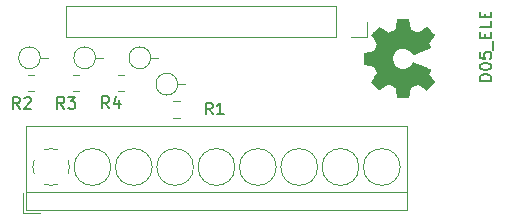
<source format=gbr>
G04 #@! TF.GenerationSoftware,KiCad,Pcbnew,5.1.5-52549c5~86~ubuntu18.04.1*
G04 #@! TF.CreationDate,2020-09-30T17:57:14-05:00*
G04 #@! TF.ProjectId,D05,4430352e-6b69-4636-9164-5f7063625858,rev?*
G04 #@! TF.SameCoordinates,Original*
G04 #@! TF.FileFunction,Legend,Top*
G04 #@! TF.FilePolarity,Positive*
%FSLAX46Y46*%
G04 Gerber Fmt 4.6, Leading zero omitted, Abs format (unit mm)*
G04 Created by KiCad (PCBNEW 5.1.5-52549c5~86~ubuntu18.04.1) date 2020-09-30 17:57:14*
%MOMM*%
%LPD*%
G04 APERTURE LIST*
%ADD10C,0.150000*%
%ADD11C,0.010000*%
%ADD12C,0.120000*%
G04 APERTURE END LIST*
D10*
X67406780Y-26501361D02*
X66406780Y-26501361D01*
X66406780Y-26263266D01*
X66454400Y-26120409D01*
X66549638Y-26025171D01*
X66644876Y-25977552D01*
X66835352Y-25929933D01*
X66978209Y-25929933D01*
X67168685Y-25977552D01*
X67263923Y-26025171D01*
X67359161Y-26120409D01*
X67406780Y-26263266D01*
X67406780Y-26501361D01*
X66406780Y-25310885D02*
X66406780Y-25215647D01*
X66454400Y-25120409D01*
X66502019Y-25072790D01*
X66597257Y-25025171D01*
X66787733Y-24977552D01*
X67025828Y-24977552D01*
X67216304Y-25025171D01*
X67311542Y-25072790D01*
X67359161Y-25120409D01*
X67406780Y-25215647D01*
X67406780Y-25310885D01*
X67359161Y-25406123D01*
X67311542Y-25453742D01*
X67216304Y-25501361D01*
X67025828Y-25548980D01*
X66787733Y-25548980D01*
X66597257Y-25501361D01*
X66502019Y-25453742D01*
X66454400Y-25406123D01*
X66406780Y-25310885D01*
X66406780Y-24072790D02*
X66406780Y-24548980D01*
X66882971Y-24596600D01*
X66835352Y-24548980D01*
X66787733Y-24453742D01*
X66787733Y-24215647D01*
X66835352Y-24120409D01*
X66882971Y-24072790D01*
X66978209Y-24025171D01*
X67216304Y-24025171D01*
X67311542Y-24072790D01*
X67359161Y-24120409D01*
X67406780Y-24215647D01*
X67406780Y-24453742D01*
X67359161Y-24548980D01*
X67311542Y-24596600D01*
X67502019Y-23834695D02*
X67502019Y-23072790D01*
X66882971Y-22834695D02*
X66882971Y-22501361D01*
X67406780Y-22358504D02*
X67406780Y-22834695D01*
X66406780Y-22834695D01*
X66406780Y-22358504D01*
X67406780Y-21453742D02*
X67406780Y-21929933D01*
X66406780Y-21929933D01*
X66882971Y-21120409D02*
X66882971Y-20787076D01*
X67406780Y-20644219D02*
X67406780Y-21120409D01*
X66406780Y-21120409D01*
X66406780Y-20644219D01*
D11*
G36*
X57057331Y-24031386D02*
G01*
X57501955Y-23947565D01*
X57629453Y-23638280D01*
X57756951Y-23328994D01*
X57504646Y-22957954D01*
X57434396Y-22854043D01*
X57371672Y-22760113D01*
X57319338Y-22680548D01*
X57280257Y-22619730D01*
X57257293Y-22582043D01*
X57252342Y-22571779D01*
X57265076Y-22553290D01*
X57300282Y-22513780D01*
X57353462Y-22457678D01*
X57420118Y-22389413D01*
X57495754Y-22313414D01*
X57575872Y-22234108D01*
X57655974Y-22155925D01*
X57731564Y-22083293D01*
X57798145Y-22020641D01*
X57851218Y-21972397D01*
X57886287Y-21942990D01*
X57898023Y-21935959D01*
X57919660Y-21946077D01*
X57967062Y-21974441D01*
X58035593Y-22018071D01*
X58120615Y-22073982D01*
X58217493Y-22139194D01*
X58272750Y-22176981D01*
X58373648Y-22245857D01*
X58464699Y-22307060D01*
X58541370Y-22357622D01*
X58599128Y-22394572D01*
X58633443Y-22414942D01*
X58640654Y-22418003D01*
X58661148Y-22411064D01*
X58708913Y-22392149D01*
X58777232Y-22364113D01*
X58859389Y-22329809D01*
X58948670Y-22292091D01*
X59038358Y-22253813D01*
X59121738Y-22217830D01*
X59192094Y-22186994D01*
X59242710Y-22164161D01*
X59266871Y-22152183D01*
X59267822Y-22151476D01*
X59272436Y-22132669D01*
X59282728Y-22082582D01*
X59297687Y-22006407D01*
X59316301Y-21909335D01*
X59337559Y-21796557D01*
X59349818Y-21730758D01*
X59372762Y-21610250D01*
X59394595Y-21501403D01*
X59414122Y-21409724D01*
X59430148Y-21340719D01*
X59441479Y-21299896D01*
X59445074Y-21291689D01*
X59469406Y-21283652D01*
X59524359Y-21277167D01*
X59603508Y-21272230D01*
X59700426Y-21268836D01*
X59808687Y-21266982D01*
X59921865Y-21266662D01*
X60033535Y-21267873D01*
X60137268Y-21270610D01*
X60226641Y-21274869D01*
X60295226Y-21280645D01*
X60336597Y-21287933D01*
X60345210Y-21292305D01*
X60355533Y-21318436D01*
X60370292Y-21373807D01*
X60387752Y-21451093D01*
X60406180Y-21542970D01*
X60412141Y-21575042D01*
X60440466Y-21729676D01*
X60463276Y-21851825D01*
X60481480Y-21945527D01*
X60495983Y-22014816D01*
X60507692Y-22063729D01*
X60517515Y-22096303D01*
X60526356Y-22116572D01*
X60535124Y-22128574D01*
X60536857Y-22130253D01*
X60564771Y-22147016D01*
X60619095Y-22172586D01*
X60693177Y-22204412D01*
X60780365Y-22239940D01*
X60874008Y-22276617D01*
X60967452Y-22311889D01*
X61054047Y-22343204D01*
X61127140Y-22368007D01*
X61180078Y-22383746D01*
X61206211Y-22387868D01*
X61207126Y-22387524D01*
X61228486Y-22373559D01*
X61275484Y-22341878D01*
X61343227Y-22295809D01*
X61426823Y-22238682D01*
X61521382Y-22173827D01*
X61548254Y-22155357D01*
X61645675Y-22089501D01*
X61734563Y-22031550D01*
X61809812Y-21984662D01*
X61866320Y-21951993D01*
X61898981Y-21936700D01*
X61902993Y-21935959D01*
X61924084Y-21948808D01*
X61965864Y-21984312D01*
X62023845Y-22037907D01*
X62093535Y-22105029D01*
X62170445Y-22181113D01*
X62250083Y-22261596D01*
X62327961Y-22341913D01*
X62399586Y-22417501D01*
X62460470Y-22483795D01*
X62506121Y-22536231D01*
X62532050Y-22570245D01*
X62536283Y-22579655D01*
X62526312Y-22601557D01*
X62499420Y-22646400D01*
X62460136Y-22706879D01*
X62428517Y-22753411D01*
X62370498Y-22837725D01*
X62302184Y-22937574D01*
X62233979Y-23037727D01*
X62197475Y-23091573D01*
X62074200Y-23273829D01*
X62156920Y-23426819D01*
X62193159Y-23496518D01*
X62221326Y-23555786D01*
X62237391Y-23595889D01*
X62239626Y-23606097D01*
X62223122Y-23618371D01*
X62176482Y-23642587D01*
X62104009Y-23676937D01*
X62010006Y-23719612D01*
X61898774Y-23768806D01*
X61774615Y-23822710D01*
X61641832Y-23879516D01*
X61504727Y-23937418D01*
X61367602Y-23994607D01*
X61234758Y-24049276D01*
X61110498Y-24099616D01*
X60999125Y-24143820D01*
X60904939Y-24180081D01*
X60832244Y-24206591D01*
X60785341Y-24221542D01*
X60769233Y-24223946D01*
X60748686Y-24204889D01*
X60715333Y-24163164D01*
X60676102Y-24107494D01*
X60672999Y-24102822D01*
X60557823Y-23958936D01*
X60423453Y-23842917D01*
X60274184Y-23755770D01*
X60114313Y-23698501D01*
X59948137Y-23672114D01*
X59779952Y-23677615D01*
X59614055Y-23716010D01*
X59454742Y-23788305D01*
X59419887Y-23809574D01*
X59279137Y-23920204D01*
X59166114Y-24050898D01*
X59081403Y-24197136D01*
X59025594Y-24354392D01*
X58999274Y-24518143D01*
X59003030Y-24683867D01*
X59037450Y-24847038D01*
X59103123Y-25003135D01*
X59200635Y-25147633D01*
X59240213Y-25192331D01*
X59364103Y-25306088D01*
X59494524Y-25388982D01*
X59640715Y-25445844D01*
X59785488Y-25477513D01*
X59948260Y-25485331D01*
X60111840Y-25459262D01*
X60270698Y-25401955D01*
X60419306Y-25316056D01*
X60552135Y-25204214D01*
X60663656Y-25069077D01*
X60675411Y-25051317D01*
X60713908Y-24995050D01*
X60747263Y-24952277D01*
X60768560Y-24931828D01*
X60769233Y-24931531D01*
X60792271Y-24935921D01*
X60844557Y-24953324D01*
X60921790Y-24981932D01*
X61019668Y-25019935D01*
X61133891Y-25065526D01*
X61260158Y-25116897D01*
X61394167Y-25172238D01*
X61531618Y-25229742D01*
X61668208Y-25287599D01*
X61799637Y-25344002D01*
X61921605Y-25397142D01*
X62029809Y-25445210D01*
X62119949Y-25486399D01*
X62187723Y-25518899D01*
X62228830Y-25540903D01*
X62239626Y-25549764D01*
X62231219Y-25576840D01*
X62208672Y-25627503D01*
X62176013Y-25693017D01*
X62156920Y-25729041D01*
X62074200Y-25882032D01*
X62197475Y-26064288D01*
X62260628Y-26157325D01*
X62330127Y-26259185D01*
X62395565Y-26354638D01*
X62428517Y-26402450D01*
X62473673Y-26469695D01*
X62509457Y-26526636D01*
X62531338Y-26565846D01*
X62535963Y-26578581D01*
X62523485Y-26597117D01*
X62488652Y-26638141D01*
X62435078Y-26697675D01*
X62366383Y-26771742D01*
X62286181Y-26856365D01*
X62234686Y-26909885D01*
X62142686Y-27003519D01*
X62060399Y-27084441D01*
X61991345Y-27149377D01*
X61939044Y-27195058D01*
X61907016Y-27218211D01*
X61900516Y-27220432D01*
X61875794Y-27210124D01*
X61825805Y-27181639D01*
X61755612Y-27138137D01*
X61670275Y-27082777D01*
X61574856Y-27018720D01*
X61548254Y-27000503D01*
X61451567Y-26934127D01*
X61364517Y-26874578D01*
X61291995Y-26825184D01*
X61238893Y-26789275D01*
X61210103Y-26770181D01*
X61207126Y-26768336D01*
X61184182Y-26771095D01*
X61133736Y-26785738D01*
X61062441Y-26809713D01*
X60976947Y-26840466D01*
X60883907Y-26875444D01*
X60789974Y-26912093D01*
X60701799Y-26947861D01*
X60626034Y-26980194D01*
X60569331Y-27006538D01*
X60538343Y-27024342D01*
X60536857Y-27025607D01*
X60528001Y-27036494D01*
X60519243Y-27054882D01*
X60509677Y-27084806D01*
X60498396Y-27130303D01*
X60484493Y-27195409D01*
X60467063Y-27284161D01*
X60445198Y-27400593D01*
X60417991Y-27548742D01*
X60412141Y-27580818D01*
X60393774Y-27675886D01*
X60375805Y-27758765D01*
X60359969Y-27822130D01*
X60348000Y-27858658D01*
X60345210Y-27863556D01*
X60320472Y-27871627D01*
X60265190Y-27878187D01*
X60185789Y-27883233D01*
X60088696Y-27886759D01*
X59980338Y-27888761D01*
X59867140Y-27889236D01*
X59755528Y-27888177D01*
X59651929Y-27885582D01*
X59562768Y-27881446D01*
X59494472Y-27875763D01*
X59453466Y-27868531D01*
X59445074Y-27864171D01*
X59436608Y-27839898D01*
X59422835Y-27784626D01*
X59404950Y-27703862D01*
X59384148Y-27603112D01*
X59361623Y-27487883D01*
X59349818Y-27425102D01*
X59327551Y-27305987D01*
X59307379Y-27199765D01*
X59290315Y-27111627D01*
X59277369Y-27046766D01*
X59269555Y-27010374D01*
X59267822Y-27004384D01*
X59248290Y-26994261D01*
X59201243Y-26972862D01*
X59133403Y-26943039D01*
X59051491Y-26907645D01*
X58962228Y-26869532D01*
X58872335Y-26831553D01*
X58788535Y-26796560D01*
X58717547Y-26767406D01*
X58666094Y-26746943D01*
X58640897Y-26738023D01*
X58639796Y-26737857D01*
X58619919Y-26747969D01*
X58574177Y-26776317D01*
X58507117Y-26819923D01*
X58423284Y-26875806D01*
X58327226Y-26940987D01*
X58272050Y-26978879D01*
X58170881Y-27047925D01*
X58079030Y-27109250D01*
X58001144Y-27159863D01*
X57941869Y-27196771D01*
X57905851Y-27216982D01*
X57897777Y-27219901D01*
X57878984Y-27207353D01*
X57838857Y-27172663D01*
X57781893Y-27120263D01*
X57712585Y-27054584D01*
X57635431Y-26980056D01*
X57554925Y-26901113D01*
X57475563Y-26822183D01*
X57401840Y-26747700D01*
X57338252Y-26682094D01*
X57289294Y-26629796D01*
X57259461Y-26595239D01*
X57252342Y-26583678D01*
X57262353Y-26564854D01*
X57290478Y-26519831D01*
X57333854Y-26452987D01*
X57389618Y-26368699D01*
X57454906Y-26271344D01*
X57504646Y-26197907D01*
X57756951Y-25826867D01*
X57501955Y-25208295D01*
X57057331Y-25124475D01*
X56612707Y-25040654D01*
X56612707Y-24115206D01*
X57057331Y-24031386D01*
G37*
X57057331Y-24031386D02*
X57501955Y-23947565D01*
X57629453Y-23638280D01*
X57756951Y-23328994D01*
X57504646Y-22957954D01*
X57434396Y-22854043D01*
X57371672Y-22760113D01*
X57319338Y-22680548D01*
X57280257Y-22619730D01*
X57257293Y-22582043D01*
X57252342Y-22571779D01*
X57265076Y-22553290D01*
X57300282Y-22513780D01*
X57353462Y-22457678D01*
X57420118Y-22389413D01*
X57495754Y-22313414D01*
X57575872Y-22234108D01*
X57655974Y-22155925D01*
X57731564Y-22083293D01*
X57798145Y-22020641D01*
X57851218Y-21972397D01*
X57886287Y-21942990D01*
X57898023Y-21935959D01*
X57919660Y-21946077D01*
X57967062Y-21974441D01*
X58035593Y-22018071D01*
X58120615Y-22073982D01*
X58217493Y-22139194D01*
X58272750Y-22176981D01*
X58373648Y-22245857D01*
X58464699Y-22307060D01*
X58541370Y-22357622D01*
X58599128Y-22394572D01*
X58633443Y-22414942D01*
X58640654Y-22418003D01*
X58661148Y-22411064D01*
X58708913Y-22392149D01*
X58777232Y-22364113D01*
X58859389Y-22329809D01*
X58948670Y-22292091D01*
X59038358Y-22253813D01*
X59121738Y-22217830D01*
X59192094Y-22186994D01*
X59242710Y-22164161D01*
X59266871Y-22152183D01*
X59267822Y-22151476D01*
X59272436Y-22132669D01*
X59282728Y-22082582D01*
X59297687Y-22006407D01*
X59316301Y-21909335D01*
X59337559Y-21796557D01*
X59349818Y-21730758D01*
X59372762Y-21610250D01*
X59394595Y-21501403D01*
X59414122Y-21409724D01*
X59430148Y-21340719D01*
X59441479Y-21299896D01*
X59445074Y-21291689D01*
X59469406Y-21283652D01*
X59524359Y-21277167D01*
X59603508Y-21272230D01*
X59700426Y-21268836D01*
X59808687Y-21266982D01*
X59921865Y-21266662D01*
X60033535Y-21267873D01*
X60137268Y-21270610D01*
X60226641Y-21274869D01*
X60295226Y-21280645D01*
X60336597Y-21287933D01*
X60345210Y-21292305D01*
X60355533Y-21318436D01*
X60370292Y-21373807D01*
X60387752Y-21451093D01*
X60406180Y-21542970D01*
X60412141Y-21575042D01*
X60440466Y-21729676D01*
X60463276Y-21851825D01*
X60481480Y-21945527D01*
X60495983Y-22014816D01*
X60507692Y-22063729D01*
X60517515Y-22096303D01*
X60526356Y-22116572D01*
X60535124Y-22128574D01*
X60536857Y-22130253D01*
X60564771Y-22147016D01*
X60619095Y-22172586D01*
X60693177Y-22204412D01*
X60780365Y-22239940D01*
X60874008Y-22276617D01*
X60967452Y-22311889D01*
X61054047Y-22343204D01*
X61127140Y-22368007D01*
X61180078Y-22383746D01*
X61206211Y-22387868D01*
X61207126Y-22387524D01*
X61228486Y-22373559D01*
X61275484Y-22341878D01*
X61343227Y-22295809D01*
X61426823Y-22238682D01*
X61521382Y-22173827D01*
X61548254Y-22155357D01*
X61645675Y-22089501D01*
X61734563Y-22031550D01*
X61809812Y-21984662D01*
X61866320Y-21951993D01*
X61898981Y-21936700D01*
X61902993Y-21935959D01*
X61924084Y-21948808D01*
X61965864Y-21984312D01*
X62023845Y-22037907D01*
X62093535Y-22105029D01*
X62170445Y-22181113D01*
X62250083Y-22261596D01*
X62327961Y-22341913D01*
X62399586Y-22417501D01*
X62460470Y-22483795D01*
X62506121Y-22536231D01*
X62532050Y-22570245D01*
X62536283Y-22579655D01*
X62526312Y-22601557D01*
X62499420Y-22646400D01*
X62460136Y-22706879D01*
X62428517Y-22753411D01*
X62370498Y-22837725D01*
X62302184Y-22937574D01*
X62233979Y-23037727D01*
X62197475Y-23091573D01*
X62074200Y-23273829D01*
X62156920Y-23426819D01*
X62193159Y-23496518D01*
X62221326Y-23555786D01*
X62237391Y-23595889D01*
X62239626Y-23606097D01*
X62223122Y-23618371D01*
X62176482Y-23642587D01*
X62104009Y-23676937D01*
X62010006Y-23719612D01*
X61898774Y-23768806D01*
X61774615Y-23822710D01*
X61641832Y-23879516D01*
X61504727Y-23937418D01*
X61367602Y-23994607D01*
X61234758Y-24049276D01*
X61110498Y-24099616D01*
X60999125Y-24143820D01*
X60904939Y-24180081D01*
X60832244Y-24206591D01*
X60785341Y-24221542D01*
X60769233Y-24223946D01*
X60748686Y-24204889D01*
X60715333Y-24163164D01*
X60676102Y-24107494D01*
X60672999Y-24102822D01*
X60557823Y-23958936D01*
X60423453Y-23842917D01*
X60274184Y-23755770D01*
X60114313Y-23698501D01*
X59948137Y-23672114D01*
X59779952Y-23677615D01*
X59614055Y-23716010D01*
X59454742Y-23788305D01*
X59419887Y-23809574D01*
X59279137Y-23920204D01*
X59166114Y-24050898D01*
X59081403Y-24197136D01*
X59025594Y-24354392D01*
X58999274Y-24518143D01*
X59003030Y-24683867D01*
X59037450Y-24847038D01*
X59103123Y-25003135D01*
X59200635Y-25147633D01*
X59240213Y-25192331D01*
X59364103Y-25306088D01*
X59494524Y-25388982D01*
X59640715Y-25445844D01*
X59785488Y-25477513D01*
X59948260Y-25485331D01*
X60111840Y-25459262D01*
X60270698Y-25401955D01*
X60419306Y-25316056D01*
X60552135Y-25204214D01*
X60663656Y-25069077D01*
X60675411Y-25051317D01*
X60713908Y-24995050D01*
X60747263Y-24952277D01*
X60768560Y-24931828D01*
X60769233Y-24931531D01*
X60792271Y-24935921D01*
X60844557Y-24953324D01*
X60921790Y-24981932D01*
X61019668Y-25019935D01*
X61133891Y-25065526D01*
X61260158Y-25116897D01*
X61394167Y-25172238D01*
X61531618Y-25229742D01*
X61668208Y-25287599D01*
X61799637Y-25344002D01*
X61921605Y-25397142D01*
X62029809Y-25445210D01*
X62119949Y-25486399D01*
X62187723Y-25518899D01*
X62228830Y-25540903D01*
X62239626Y-25549764D01*
X62231219Y-25576840D01*
X62208672Y-25627503D01*
X62176013Y-25693017D01*
X62156920Y-25729041D01*
X62074200Y-25882032D01*
X62197475Y-26064288D01*
X62260628Y-26157325D01*
X62330127Y-26259185D01*
X62395565Y-26354638D01*
X62428517Y-26402450D01*
X62473673Y-26469695D01*
X62509457Y-26526636D01*
X62531338Y-26565846D01*
X62535963Y-26578581D01*
X62523485Y-26597117D01*
X62488652Y-26638141D01*
X62435078Y-26697675D01*
X62366383Y-26771742D01*
X62286181Y-26856365D01*
X62234686Y-26909885D01*
X62142686Y-27003519D01*
X62060399Y-27084441D01*
X61991345Y-27149377D01*
X61939044Y-27195058D01*
X61907016Y-27218211D01*
X61900516Y-27220432D01*
X61875794Y-27210124D01*
X61825805Y-27181639D01*
X61755612Y-27138137D01*
X61670275Y-27082777D01*
X61574856Y-27018720D01*
X61548254Y-27000503D01*
X61451567Y-26934127D01*
X61364517Y-26874578D01*
X61291995Y-26825184D01*
X61238893Y-26789275D01*
X61210103Y-26770181D01*
X61207126Y-26768336D01*
X61184182Y-26771095D01*
X61133736Y-26785738D01*
X61062441Y-26809713D01*
X60976947Y-26840466D01*
X60883907Y-26875444D01*
X60789974Y-26912093D01*
X60701799Y-26947861D01*
X60626034Y-26980194D01*
X60569331Y-27006538D01*
X60538343Y-27024342D01*
X60536857Y-27025607D01*
X60528001Y-27036494D01*
X60519243Y-27054882D01*
X60509677Y-27084806D01*
X60498396Y-27130303D01*
X60484493Y-27195409D01*
X60467063Y-27284161D01*
X60445198Y-27400593D01*
X60417991Y-27548742D01*
X60412141Y-27580818D01*
X60393774Y-27675886D01*
X60375805Y-27758765D01*
X60359969Y-27822130D01*
X60348000Y-27858658D01*
X60345210Y-27863556D01*
X60320472Y-27871627D01*
X60265190Y-27878187D01*
X60185789Y-27883233D01*
X60088696Y-27886759D01*
X59980338Y-27888761D01*
X59867140Y-27889236D01*
X59755528Y-27888177D01*
X59651929Y-27885582D01*
X59562768Y-27881446D01*
X59494472Y-27875763D01*
X59453466Y-27868531D01*
X59445074Y-27864171D01*
X59436608Y-27839898D01*
X59422835Y-27784626D01*
X59404950Y-27703862D01*
X59384148Y-27603112D01*
X59361623Y-27487883D01*
X59349818Y-27425102D01*
X59327551Y-27305987D01*
X59307379Y-27199765D01*
X59290315Y-27111627D01*
X59277369Y-27046766D01*
X59269555Y-27010374D01*
X59267822Y-27004384D01*
X59248290Y-26994261D01*
X59201243Y-26972862D01*
X59133403Y-26943039D01*
X59051491Y-26907645D01*
X58962228Y-26869532D01*
X58872335Y-26831553D01*
X58788535Y-26796560D01*
X58717547Y-26767406D01*
X58666094Y-26746943D01*
X58640897Y-26738023D01*
X58639796Y-26737857D01*
X58619919Y-26747969D01*
X58574177Y-26776317D01*
X58507117Y-26819923D01*
X58423284Y-26875806D01*
X58327226Y-26940987D01*
X58272050Y-26978879D01*
X58170881Y-27047925D01*
X58079030Y-27109250D01*
X58001144Y-27159863D01*
X57941869Y-27196771D01*
X57905851Y-27216982D01*
X57897777Y-27219901D01*
X57878984Y-27207353D01*
X57838857Y-27172663D01*
X57781893Y-27120263D01*
X57712585Y-27054584D01*
X57635431Y-26980056D01*
X57554925Y-26901113D01*
X57475563Y-26822183D01*
X57401840Y-26747700D01*
X57338252Y-26682094D01*
X57289294Y-26629796D01*
X57259461Y-26595239D01*
X57252342Y-26583678D01*
X57262353Y-26564854D01*
X57290478Y-26519831D01*
X57333854Y-26452987D01*
X57389618Y-26368699D01*
X57454906Y-26271344D01*
X57504646Y-26197907D01*
X57756951Y-25826867D01*
X57501955Y-25208295D01*
X57057331Y-25124475D01*
X56612707Y-25040654D01*
X56612707Y-24115206D01*
X57057331Y-24031386D01*
D12*
X35781348Y-27380000D02*
X36303852Y-27380000D01*
X35781348Y-25960000D02*
X36303852Y-25960000D01*
X31971348Y-27380000D02*
X32493852Y-27380000D01*
X31971348Y-25960000D02*
X32493852Y-25960000D01*
X28135948Y-27380000D02*
X28658452Y-27380000D01*
X28135948Y-25960000D02*
X28658452Y-25960000D01*
X40480348Y-29615200D02*
X41002852Y-29615200D01*
X40480348Y-28195200D02*
X41002852Y-28195200D01*
X38562800Y-24536400D02*
X39182800Y-24536400D01*
X38562800Y-24536400D02*
G75*
G03X38562800Y-24536400I-920000J0D01*
G01*
X33889200Y-24536400D02*
X34509200Y-24536400D01*
X33889200Y-24536400D02*
G75*
G03X33889200Y-24536400I-920000J0D01*
G01*
X29215600Y-24536400D02*
X29835600Y-24536400D01*
X29215600Y-24536400D02*
G75*
G03X29215600Y-24536400I-920000J0D01*
G01*
X40848800Y-26771600D02*
X41468800Y-26771600D01*
X40848800Y-26771600D02*
G75*
G03X40848800Y-26771600I-920000J0D01*
G01*
X27730000Y-37682000D02*
X29230000Y-37682000D01*
X27730000Y-35942000D02*
X27730000Y-37682000D01*
X60290000Y-30322000D02*
X60290000Y-37442000D01*
X27970000Y-30322000D02*
X27970000Y-37442000D01*
X27970000Y-37442000D02*
X60290000Y-37442000D01*
X27970000Y-30322000D02*
X60290000Y-30322000D01*
X27970000Y-35882000D02*
X60290000Y-35882000D01*
X59685000Y-33782000D02*
G75*
G03X59685000Y-33782000I-1555000J0D01*
G01*
X56185000Y-33782000D02*
G75*
G03X56185000Y-33782000I-1555000J0D01*
G01*
X52685000Y-33782000D02*
G75*
G03X52685000Y-33782000I-1555000J0D01*
G01*
X49185000Y-33782000D02*
G75*
G03X49185000Y-33782000I-1555000J0D01*
G01*
X45685000Y-33782000D02*
G75*
G03X45685000Y-33782000I-1555000J0D01*
G01*
X42185000Y-33782000D02*
G75*
G03X42185000Y-33782000I-1555000J0D01*
G01*
X38685000Y-33782000D02*
G75*
G03X38685000Y-33782000I-1555000J0D01*
G01*
X35185000Y-33782000D02*
G75*
G03X35185000Y-33782000I-1555000J0D01*
G01*
X30157011Y-35337492D02*
G75*
G02X29522000Y-35214000I-27011J1555492D01*
G01*
X28697891Y-34389742D02*
G75*
G02X28698000Y-33174000I1432109J607742D01*
G01*
X29522258Y-32349891D02*
G75*
G02X30738000Y-32350000I607742J-1432109D01*
G01*
X31562109Y-33174258D02*
G75*
G02X31562000Y-34390000I-1432109J-607742D01*
G01*
X30737587Y-35213385D02*
G75*
G02X30130000Y-35337000I-607587J1431385D01*
G01*
X56890000Y-21463000D02*
X56890000Y-22793000D01*
X56890000Y-22793000D02*
X55560000Y-22793000D01*
X54290000Y-22793000D02*
X31370000Y-22793000D01*
X31370000Y-20133000D02*
X31370000Y-22793000D01*
X54290000Y-20133000D02*
X31370000Y-20133000D01*
X54290000Y-20133000D02*
X54290000Y-22793000D01*
D10*
X35037733Y-28798780D02*
X34704400Y-28322590D01*
X34466304Y-28798780D02*
X34466304Y-27798780D01*
X34847257Y-27798780D01*
X34942495Y-27846400D01*
X34990114Y-27894019D01*
X35037733Y-27989257D01*
X35037733Y-28132114D01*
X34990114Y-28227352D01*
X34942495Y-28274971D01*
X34847257Y-28322590D01*
X34466304Y-28322590D01*
X35894876Y-28132114D02*
X35894876Y-28798780D01*
X35656780Y-27751161D02*
X35418685Y-28465447D01*
X36037733Y-28465447D01*
X31227733Y-28849580D02*
X30894400Y-28373390D01*
X30656304Y-28849580D02*
X30656304Y-27849580D01*
X31037257Y-27849580D01*
X31132495Y-27897200D01*
X31180114Y-27944819D01*
X31227733Y-28040057D01*
X31227733Y-28182914D01*
X31180114Y-28278152D01*
X31132495Y-28325771D01*
X31037257Y-28373390D01*
X30656304Y-28373390D01*
X31561066Y-27849580D02*
X32180114Y-27849580D01*
X31846780Y-28230533D01*
X31989638Y-28230533D01*
X32084876Y-28278152D01*
X32132495Y-28325771D01*
X32180114Y-28421009D01*
X32180114Y-28659104D01*
X32132495Y-28754342D01*
X32084876Y-28801961D01*
X31989638Y-28849580D01*
X31703923Y-28849580D01*
X31608685Y-28801961D01*
X31561066Y-28754342D01*
X27468533Y-28874980D02*
X27135200Y-28398790D01*
X26897104Y-28874980D02*
X26897104Y-27874980D01*
X27278057Y-27874980D01*
X27373295Y-27922600D01*
X27420914Y-27970219D01*
X27468533Y-28065457D01*
X27468533Y-28208314D01*
X27420914Y-28303552D01*
X27373295Y-28351171D01*
X27278057Y-28398790D01*
X26897104Y-28398790D01*
X27849485Y-27970219D02*
X27897104Y-27922600D01*
X27992342Y-27874980D01*
X28230438Y-27874980D01*
X28325676Y-27922600D01*
X28373295Y-27970219D01*
X28420914Y-28065457D01*
X28420914Y-28160695D01*
X28373295Y-28303552D01*
X27801866Y-28874980D01*
X28420914Y-28874980D01*
X43800733Y-29332180D02*
X43467400Y-28855990D01*
X43229304Y-29332180D02*
X43229304Y-28332180D01*
X43610257Y-28332180D01*
X43705495Y-28379800D01*
X43753114Y-28427419D01*
X43800733Y-28522657D01*
X43800733Y-28665514D01*
X43753114Y-28760752D01*
X43705495Y-28808371D01*
X43610257Y-28855990D01*
X43229304Y-28855990D01*
X44753114Y-29332180D02*
X44181685Y-29332180D01*
X44467400Y-29332180D02*
X44467400Y-28332180D01*
X44372161Y-28475038D01*
X44276923Y-28570276D01*
X44181685Y-28617895D01*
M02*

</source>
